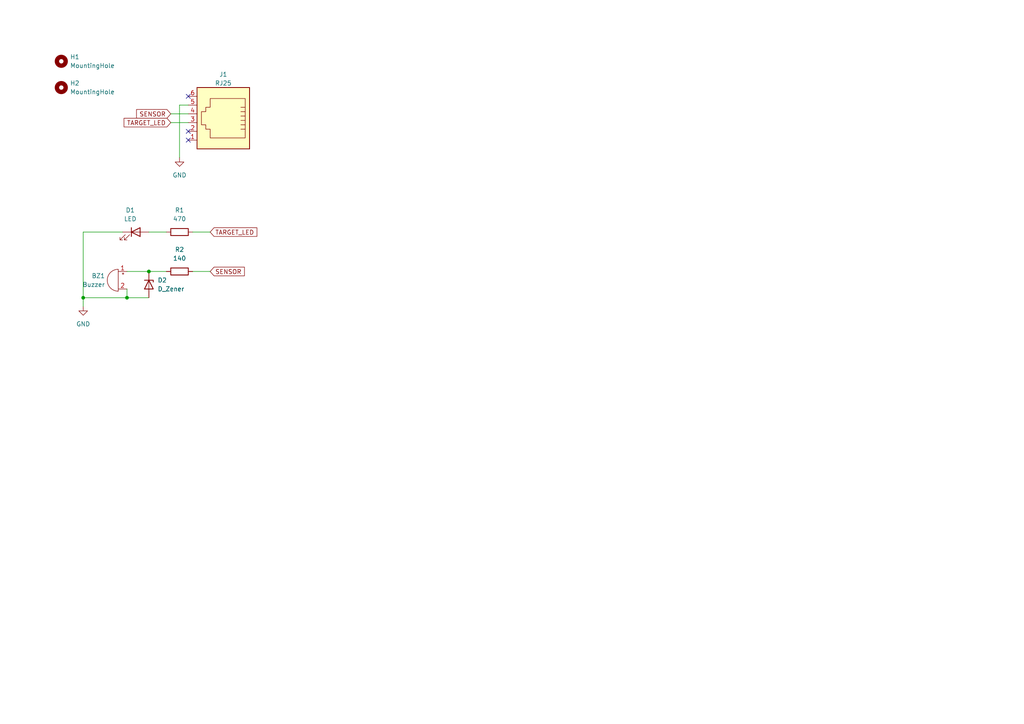
<source format=kicad_sch>
(kicad_sch (version 20230121) (generator eeschema)
  (paper "A4")
  (lib_symbols
    (symbol "Connector:RJ25" (pin_names (offset 1.016))
      (property "Reference" "J" (at -5.08 11.43 0))
      (property "Value" "RJ25" (at 2.54 11.43 0))
      (symbol "RJ25_0_1"
        (polyline (pts (xy -6.35 -1.905) (xy -5.08 -1.905) (xy -5.08 -1.905)))
        (polyline (pts (xy -6.35 -0.635) (xy -5.08 -0.635) (xy -5.08 -0.635)))
        (polyline (pts (xy -6.35 0.635) (xy -5.08 0.635) (xy -5.08 0.635)))
        (polyline (pts (xy -6.35 1.905) (xy -5.08 1.905) (xy -5.08 1.905)))
        (polyline (pts (xy -6.35 3.175) (xy -5.08 3.175) (xy -5.08 3.175)))
        (polyline (pts (xy -5.08 4.445) (xy -6.35 4.445) (xy -6.35 4.445)))
        (polyline (pts (xy -6.35 -4.445) (xy -6.35 6.985) (xy 3.81 6.985) (xy 3.81 4.445) (xy 5.08 4.445) (xy 5.08 3.175) (xy 6.35 3.175) (xy 6.35 -0.635) (xy 5.08 -0.635) (xy 5.08 -1.905) (xy 3.81 -1.905) (xy 3.81 -4.445) (xy -6.35 -4.445) (xy -6.35 -4.445)))
        (rectangle (start 7.62 10.16) (end -7.62 -7.62) (stroke (width 0.254)) (fill (type background)))
      )
      (symbol "RJ25_1_1"
        (pin passive line (at 10.16 -5.08 180) (length 2.54) (name "~") (number "1"))
        (pin passive line (at 10.16 -2.54 180) (length 2.54) (name "~") (number "2"))
        (pin passive line (at 10.16 0 180) (length 2.54) (name "~") (number "3"))
        (pin passive line (at 10.16 2.54 180) (length 2.54) (name "~") (number "4"))
        (pin passive line (at 10.16 5.08 180) (length 2.54) (name "~") (number "5"))
        (pin passive line (at 10.16 7.62 180) (length 2.54) (name "~") (number "6"))
      )
    )
    (symbol "Device:Buzzer" (pin_names (offset 0.0254) hide)
      (property "Reference" "BZ" (at 3.81 1.27 0))
      (property "Value" "Buzzer" (at 3.81 -1.27 0))
      (symbol "Buzzer_0_1"
        (arc (start 0 -3.175) (mid 3.1612 0) (end 0 3.175))
        (polyline (pts (xy -1.651 1.905) (xy -1.143 1.905)))
        (polyline (pts (xy -1.397 2.159) (xy -1.397 1.651)))
        (polyline (pts (xy 0 3.175) (xy 0 -3.175)))
      )
      (symbol "Buzzer_1_1"
        (pin passive line (at -2.54 2.54 0) (length 2.54) (name "+") (number "1"))
        (pin passive line (at -2.54 -2.54 0) (length 2.54) (name "-") (number "2"))
      )
    )
    (symbol "Device:D_Zener" (pin_numbers hide) (pin_names (offset 1.016) hide)
      (property "Reference" "D" (at 0 2.54 0))
      (property "Value" "D_Zener" (at 0 -2.54 0))
      (symbol "D_Zener_0_1"
        (polyline (pts (xy 1.27 0) (xy -1.27 0)))
        (polyline (pts (xy -1.27 -1.27) (xy -1.27 1.27) (xy -0.762 1.27)) (stroke (width 0.254)))
        (polyline (pts (xy 1.27 -1.27) (xy 1.27 1.27) (xy -1.27 0) (xy 1.27 -1.27)) (stroke (width 0.254)))
      )
      (symbol "D_Zener_1_1"
        (pin passive line (at -3.81 0 0) (length 2.54) (name "K") (number "1"))
        (pin passive line (at 3.81 0 180) (length 2.54) (name "A") (number "2"))
      )
    )
    (symbol "Device:LED" (pin_numbers hide) (pin_names (offset 1.016) hide)
      (property "Reference" "D" (at 0 2.54 0))
      (property "Value" "LED" (at 0 -2.54 0))
      (symbol "LED_0_1"
        (polyline (pts (xy -1.27 -1.27) (xy -1.27 1.27)) (stroke (width 0.254)))
        (polyline (pts (xy -1.27 0) (xy 1.27 0)))
        (polyline (pts (xy 1.27 -1.27) (xy 1.27 1.27) (xy -1.27 0) (xy 1.27 -1.27)) (stroke (width 0.254)))
        (polyline (pts (xy -3.048 -0.762) (xy -4.572 -2.286) (xy -3.81 -2.286) (xy -4.572 -2.286) (xy -4.572 -1.524)))
        (polyline (pts (xy -1.778 -0.762) (xy -3.302 -2.286) (xy -2.54 -2.286) (xy -3.302 -2.286) (xy -3.302 -1.524)))
      )
      (symbol "LED_1_1"
        (pin passive line (at -3.81 0 0) (length 2.54) (name "K") (number "1"))
        (pin passive line (at 3.81 0 180) (length 2.54) (name "A") (number "2"))
      )
    )
    (symbol "Device:R" (pin_numbers hide) (pin_names (offset 0))
      (property "Reference" "R" (at 2.032 0 90))
      (property "Value" "R" (at 0 0 90))
      (symbol "R_0_1"
        (rectangle (start -1.016 -2.54) (end 1.016 2.54) (stroke (width 0.254)))
      )
      (symbol "R_1_1"
        (pin passive line (at 0 3.81 270) (length 1.27) (name "~") (number "1"))
        (pin passive line (at 0 -3.81 90) (length 1.27) (name "~") (number "2"))
      )
    )
    (symbol "Mechanical:MountingHole" (pin_names (offset 1.016))
      (property "Reference" "H" (at 0 5.08 0))
      (property "Value" "MountingHole" (at 0 3.175 0))
      (symbol "MountingHole_0_1"
        (circle (center 0 0) (radius 1.27) (stroke (width 1.27)))
      )
    )
    (symbol "power:GND" (power) (pin_names (offset 0))
      (property "Value" "GND" (at 0 -3.81 0))
      (symbol "GND_0_1"
        (polyline (pts (xy 0 0) (xy 0 -1.27) (xy 1.27 -1.27) (xy 0 -2.54) (xy -1.27 -1.27) (xy 0 -1.27)))
      )
      (symbol "GND_1_1"
        (pin power_in line (at 0 0 270) (length 0) hide (name "GND") (number "1"))
      )
    )
  )
  (junction (at 24.13 86.36))
  (junction (at 36.83 86.36))
  (junction (at 43.18 78.74))
  (no_connect (at 54.61 38.1))
  (no_connect (at 54.61 27.94))
  (no_connect (at 54.61 40.64))
  (wire (pts (xy 55.88 78.74) (xy 60.96 78.74)))
  (wire (pts (xy 24.13 86.36) (xy 24.13 88.9)))
  (wire (pts (xy 36.83 86.36) (xy 43.18 86.36)))
  (wire (pts (xy 36.83 83.82) (xy 36.83 86.36)))
  (wire (pts (xy 52.07 30.48) (xy 54.61 30.48)))
  (wire (pts (xy 24.13 67.31) (xy 35.56 67.31)))
  (wire (pts (xy 55.88 67.31) (xy 60.96 67.31)))
  (wire (pts (xy 49.53 35.56) (xy 54.61 35.56)))
  (wire (pts (xy 52.07 30.48) (xy 52.07 45.72)))
  (wire (pts (xy 43.18 67.31) (xy 48.26 67.31)))
  (wire (pts (xy 49.53 33.02) (xy 54.61 33.02)))
  (wire (pts (xy 24.13 67.31) (xy 24.13 86.36)))
  (wire (pts (xy 36.83 78.74) (xy 43.18 78.74)))
  (wire (pts (xy 24.13 86.36) (xy 36.83 86.36)))
  (wire (pts (xy 43.18 78.74) (xy 48.26 78.74)))
  (global_label "TARGET_LED" (shape input) (at 60.96 67.31 0) (property "Intersheetrefs" "${INTERSHEET_REFS}" (effects hide)))
  (global_label "SENSOR" (shape input) (at 60.96 78.74 0) (property "Intersheetrefs" "${INTERSHEET_REFS}" (effects hide)))
  (global_label "SENSOR" (shape input) (at 49.53 33.02 180) (property "Intersheetrefs" "${INTERSHEET_REFS}" (effects hide)))
  (global_label "TARGET_LED" (shape input) (at 49.53 35.56 180) (property "Intersheetrefs" "${INTERSHEET_REFS}" (effects hide)))
  (symbol (lib_id "power:GND") (at 52.07 45.72 0) (unit 1)
    (property "Reference" "#PWR01" (effects hide))
    (property "Value" "GND" (at 52.07 50.8 0))
  )
  (symbol (lib_id "Connector:RJ25") (at 64.77 35.56 0) (mirror y) (unit 1)
    (property "Reference" "J1" (at 64.77 21.59 0))
    (property "Value" "RJ25" (at 64.77 24.13 0))
    (property "Footprint" "Connector_RJ:RJ25_Wayconn_MJEA-660X1_Horizontal" (effects hide))
  )
  (symbol (lib_id "Device:LED") (at 39.37 67.31 0) (unit 1)
    (property "Reference" "D1" (at 37.7825 60.96 0))
    (property "Value" "LED" (at 37.7825 63.5 0))
    (property "Footprint" "LED_THT:LED_D5.0mm" (effects hide))
  )
  (symbol (lib_id "Device:D_Zener") (at 43.18 82.55 270) (unit 1)
    (property "Reference" "D2" (at 45.72 81.28 90) (effects (justify left)))
    (property "Value" "D_Zener" (at 45.72 83.82 90) (effects (justify left)))
    (property "Footprint" "Diode_THT:D_DO-35_SOD27_P7.62mm_Horizontal" (effects hide))
  )
  (symbol (lib_id "Device:Buzzer") (at 34.29 81.28 0) (mirror y) (unit 1)
    (property "Reference" "BZ1" (at 30.48 80.01 0) (effects (justify left)))
    (property "Value" "Buzzer" (at 30.48 82.55 0) (effects (justify left)))
    (property "Footprint" "Buzzer_Beeper:Buzzer_15x7.5RM7.6" (effects hide))
  )
  (symbol (lib_id "Mechanical:MountingHole") (at 17.78 25.4 0) (unit 1)
    (property "Reference" "H2" (at 20.32 24.13 0) (effects (justify left)))
    (property "Value" "MountingHole" (at 20.32 26.67 0) (effects (justify left)))
    (property "Footprint" "MountingHole:MountingHole_2.2mm_M2" (effects hide))
  )
  (symbol (lib_id "Device:R") (at 52.07 78.74 270) (unit 1)
    (property "Reference" "R2" (at 52.07 72.39 90))
    (property "Value" "140" (at 52.07 74.93 90))
    (property "Footprint" "Resistor_THT:R_Axial_DIN0207_L6.3mm_D2.5mm_P10.16mm_Horizontal" (effects hide))
  )
  (symbol (lib_id "Device:R") (at 52.07 67.31 270) (unit 1)
    (property "Reference" "R1" (at 52.07 60.96 90))
    (property "Value" "470" (at 52.07 63.5 90))
    (property "Footprint" "Resistor_THT:R_Axial_DIN0207_L6.3mm_D2.5mm_P10.16mm_Horizontal" (effects hide))
  )
  (symbol (lib_id "power:GND") (at 24.13 88.9 0) (unit 1)
    (property "Reference" "#PWR03" (effects hide))
    (property "Value" "GND" (at 24.13 93.98 0))
  )
  (symbol (lib_id "Mechanical:MountingHole") (at 17.78 17.78 0) (unit 1)
    (property "Reference" "H1" (at 20.32 16.51 0) (effects (justify left)))
    (property "Value" "MountingHole" (at 20.32 19.05 0) (effects (justify left)))
    (property "Footprint" "MountingHole:MountingHole_2.2mm_M2" (effects hide))
  )
)
</source>
